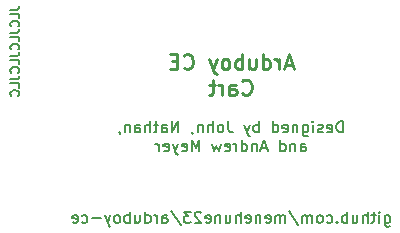
<source format=gbr>
G04 #@! TF.GenerationSoftware,KiCad,Pcbnew,(5.1.9-0-10_14)*
G04 #@! TF.CreationDate,2021-04-12T21:42:41-07:00*
G04 #@! TF.ProjectId,cart,63617274-2e6b-4696-9361-645f70636258,1.0-dev3*
G04 #@! TF.SameCoordinates,Original*
G04 #@! TF.FileFunction,Legend,Bot*
G04 #@! TF.FilePolarity,Positive*
%FSLAX46Y46*%
G04 Gerber Fmt 4.6, Leading zero omitted, Abs format (unit mm)*
G04 Created by KiCad (PCBNEW (5.1.9-0-10_14)) date 2021-04-12 21:42:41*
%MOMM*%
%LPD*%
G01*
G04 APERTURE LIST*
%ADD10C,0.127000*%
%ADD11C,0.158750*%
%ADD12C,0.254000*%
G04 APERTURE END LIST*
D10*
X120994714Y-104684285D02*
X121539000Y-104684285D01*
X121647857Y-104648000D01*
X121720428Y-104575428D01*
X121756714Y-104466571D01*
X121756714Y-104394000D01*
X121756714Y-105410000D02*
X121756714Y-105047142D01*
X120994714Y-105047142D01*
X121684142Y-106099428D02*
X121720428Y-106063142D01*
X121756714Y-105954285D01*
X121756714Y-105881714D01*
X121720428Y-105772857D01*
X121647857Y-105700285D01*
X121575285Y-105664000D01*
X121430142Y-105627714D01*
X121321285Y-105627714D01*
X121176142Y-105664000D01*
X121103571Y-105700285D01*
X121031000Y-105772857D01*
X120994714Y-105881714D01*
X120994714Y-105954285D01*
X121031000Y-106063142D01*
X121067285Y-106099428D01*
X120994714Y-106643714D02*
X121539000Y-106643714D01*
X121647857Y-106607428D01*
X121720428Y-106534857D01*
X121756714Y-106426000D01*
X121756714Y-106353428D01*
X121756714Y-107369428D02*
X121756714Y-107006571D01*
X120994714Y-107006571D01*
X121684142Y-108058857D02*
X121720428Y-108022571D01*
X121756714Y-107913714D01*
X121756714Y-107841142D01*
X121720428Y-107732285D01*
X121647857Y-107659714D01*
X121575285Y-107623428D01*
X121430142Y-107587142D01*
X121321285Y-107587142D01*
X121176142Y-107623428D01*
X121103571Y-107659714D01*
X121031000Y-107732285D01*
X120994714Y-107841142D01*
X120994714Y-107913714D01*
X121031000Y-108022571D01*
X121067285Y-108058857D01*
X120994714Y-108603142D02*
X121539000Y-108603142D01*
X121647857Y-108566857D01*
X121720428Y-108494285D01*
X121756714Y-108385428D01*
X121756714Y-108312857D01*
X121756714Y-109328857D02*
X121756714Y-108966000D01*
X120994714Y-108966000D01*
X121684142Y-110018285D02*
X121720428Y-109982000D01*
X121756714Y-109873142D01*
X121756714Y-109800571D01*
X121720428Y-109691714D01*
X121647857Y-109619142D01*
X121575285Y-109582857D01*
X121430142Y-109546571D01*
X121321285Y-109546571D01*
X121176142Y-109582857D01*
X121103571Y-109619142D01*
X121031000Y-109691714D01*
X120994714Y-109800571D01*
X120994714Y-109873142D01*
X121031000Y-109982000D01*
X121067285Y-110018285D01*
X120994714Y-110562571D02*
X121539000Y-110562571D01*
X121647857Y-110526285D01*
X121720428Y-110453714D01*
X121756714Y-110344857D01*
X121756714Y-110272285D01*
X121756714Y-111288285D02*
X121756714Y-110925428D01*
X120994714Y-110925428D01*
X121684142Y-111977714D02*
X121720428Y-111941428D01*
X121756714Y-111832571D01*
X121756714Y-111760000D01*
X121720428Y-111651142D01*
X121647857Y-111578571D01*
X121575285Y-111542285D01*
X121430142Y-111506000D01*
X121321285Y-111506000D01*
X121176142Y-111542285D01*
X121103571Y-111578571D01*
X121031000Y-111651142D01*
X120994714Y-111760000D01*
X120994714Y-111832571D01*
X121031000Y-111941428D01*
X121067285Y-111977714D01*
D11*
X152694821Y-122096892D02*
X152694821Y-122867964D01*
X152740178Y-122958678D01*
X152785535Y-123004035D01*
X152876250Y-123049392D01*
X153012321Y-123049392D01*
X153103035Y-123004035D01*
X152694821Y-122686535D02*
X152785535Y-122731892D01*
X152966964Y-122731892D01*
X153057678Y-122686535D01*
X153103035Y-122641178D01*
X153148392Y-122550464D01*
X153148392Y-122278321D01*
X153103035Y-122187607D01*
X153057678Y-122142250D01*
X152966964Y-122096892D01*
X152785535Y-122096892D01*
X152694821Y-122142250D01*
X152241250Y-122731892D02*
X152241250Y-122096892D01*
X152241250Y-121779392D02*
X152286607Y-121824750D01*
X152241250Y-121870107D01*
X152195892Y-121824750D01*
X152241250Y-121779392D01*
X152241250Y-121870107D01*
X151923750Y-122096892D02*
X151560892Y-122096892D01*
X151787678Y-121779392D02*
X151787678Y-122595821D01*
X151742321Y-122686535D01*
X151651607Y-122731892D01*
X151560892Y-122731892D01*
X151243392Y-122731892D02*
X151243392Y-121779392D01*
X150835178Y-122731892D02*
X150835178Y-122232964D01*
X150880535Y-122142250D01*
X150971250Y-122096892D01*
X151107321Y-122096892D01*
X151198035Y-122142250D01*
X151243392Y-122187607D01*
X149973392Y-122096892D02*
X149973392Y-122731892D01*
X150381607Y-122096892D02*
X150381607Y-122595821D01*
X150336250Y-122686535D01*
X150245535Y-122731892D01*
X150109464Y-122731892D01*
X150018750Y-122686535D01*
X149973392Y-122641178D01*
X149519821Y-122731892D02*
X149519821Y-121779392D01*
X149519821Y-122142250D02*
X149429107Y-122096892D01*
X149247678Y-122096892D01*
X149156964Y-122142250D01*
X149111607Y-122187607D01*
X149066250Y-122278321D01*
X149066250Y-122550464D01*
X149111607Y-122641178D01*
X149156964Y-122686535D01*
X149247678Y-122731892D01*
X149429107Y-122731892D01*
X149519821Y-122686535D01*
X148658035Y-122641178D02*
X148612678Y-122686535D01*
X148658035Y-122731892D01*
X148703392Y-122686535D01*
X148658035Y-122641178D01*
X148658035Y-122731892D01*
X147796250Y-122686535D02*
X147886964Y-122731892D01*
X148068392Y-122731892D01*
X148159107Y-122686535D01*
X148204464Y-122641178D01*
X148249821Y-122550464D01*
X148249821Y-122278321D01*
X148204464Y-122187607D01*
X148159107Y-122142250D01*
X148068392Y-122096892D01*
X147886964Y-122096892D01*
X147796250Y-122142250D01*
X147251964Y-122731892D02*
X147342678Y-122686535D01*
X147388035Y-122641178D01*
X147433392Y-122550464D01*
X147433392Y-122278321D01*
X147388035Y-122187607D01*
X147342678Y-122142250D01*
X147251964Y-122096892D01*
X147115892Y-122096892D01*
X147025178Y-122142250D01*
X146979821Y-122187607D01*
X146934464Y-122278321D01*
X146934464Y-122550464D01*
X146979821Y-122641178D01*
X147025178Y-122686535D01*
X147115892Y-122731892D01*
X147251964Y-122731892D01*
X146526250Y-122731892D02*
X146526250Y-122096892D01*
X146526250Y-122187607D02*
X146480892Y-122142250D01*
X146390178Y-122096892D01*
X146254107Y-122096892D01*
X146163392Y-122142250D01*
X146118035Y-122232964D01*
X146118035Y-122731892D01*
X146118035Y-122232964D02*
X146072678Y-122142250D01*
X145981964Y-122096892D01*
X145845892Y-122096892D01*
X145755178Y-122142250D01*
X145709821Y-122232964D01*
X145709821Y-122731892D01*
X144575892Y-121734035D02*
X145392321Y-122958678D01*
X144258392Y-122731892D02*
X144258392Y-122096892D01*
X144258392Y-122187607D02*
X144213035Y-122142250D01*
X144122321Y-122096892D01*
X143986250Y-122096892D01*
X143895535Y-122142250D01*
X143850178Y-122232964D01*
X143850178Y-122731892D01*
X143850178Y-122232964D02*
X143804821Y-122142250D01*
X143714107Y-122096892D01*
X143578035Y-122096892D01*
X143487321Y-122142250D01*
X143441964Y-122232964D01*
X143441964Y-122731892D01*
X142625535Y-122686535D02*
X142716250Y-122731892D01*
X142897678Y-122731892D01*
X142988392Y-122686535D01*
X143033750Y-122595821D01*
X143033750Y-122232964D01*
X142988392Y-122142250D01*
X142897678Y-122096892D01*
X142716250Y-122096892D01*
X142625535Y-122142250D01*
X142580178Y-122232964D01*
X142580178Y-122323678D01*
X143033750Y-122414392D01*
X142171964Y-122096892D02*
X142171964Y-122731892D01*
X142171964Y-122187607D02*
X142126607Y-122142250D01*
X142035892Y-122096892D01*
X141899821Y-122096892D01*
X141809107Y-122142250D01*
X141763750Y-122232964D01*
X141763750Y-122731892D01*
X140947321Y-122686535D02*
X141038035Y-122731892D01*
X141219464Y-122731892D01*
X141310178Y-122686535D01*
X141355535Y-122595821D01*
X141355535Y-122232964D01*
X141310178Y-122142250D01*
X141219464Y-122096892D01*
X141038035Y-122096892D01*
X140947321Y-122142250D01*
X140901964Y-122232964D01*
X140901964Y-122323678D01*
X141355535Y-122414392D01*
X140493750Y-122731892D02*
X140493750Y-121779392D01*
X140085535Y-122731892D02*
X140085535Y-122232964D01*
X140130892Y-122142250D01*
X140221607Y-122096892D01*
X140357678Y-122096892D01*
X140448392Y-122142250D01*
X140493750Y-122187607D01*
X139223750Y-122096892D02*
X139223750Y-122731892D01*
X139631964Y-122096892D02*
X139631964Y-122595821D01*
X139586607Y-122686535D01*
X139495892Y-122731892D01*
X139359821Y-122731892D01*
X139269107Y-122686535D01*
X139223750Y-122641178D01*
X138770178Y-122096892D02*
X138770178Y-122731892D01*
X138770178Y-122187607D02*
X138724821Y-122142250D01*
X138634107Y-122096892D01*
X138498035Y-122096892D01*
X138407321Y-122142250D01*
X138361964Y-122232964D01*
X138361964Y-122731892D01*
X137545535Y-122686535D02*
X137636250Y-122731892D01*
X137817678Y-122731892D01*
X137908392Y-122686535D01*
X137953750Y-122595821D01*
X137953750Y-122232964D01*
X137908392Y-122142250D01*
X137817678Y-122096892D01*
X137636250Y-122096892D01*
X137545535Y-122142250D01*
X137500178Y-122232964D01*
X137500178Y-122323678D01*
X137953750Y-122414392D01*
X137137321Y-121870107D02*
X137091964Y-121824750D01*
X137001250Y-121779392D01*
X136774464Y-121779392D01*
X136683750Y-121824750D01*
X136638392Y-121870107D01*
X136593035Y-121960821D01*
X136593035Y-122051535D01*
X136638392Y-122187607D01*
X137182678Y-122731892D01*
X136593035Y-122731892D01*
X136275535Y-121779392D02*
X135685892Y-121779392D01*
X136003392Y-122142250D01*
X135867321Y-122142250D01*
X135776607Y-122187607D01*
X135731250Y-122232964D01*
X135685892Y-122323678D01*
X135685892Y-122550464D01*
X135731250Y-122641178D01*
X135776607Y-122686535D01*
X135867321Y-122731892D01*
X136139464Y-122731892D01*
X136230178Y-122686535D01*
X136275535Y-122641178D01*
X134597321Y-121734035D02*
X135413750Y-122958678D01*
X133871607Y-122731892D02*
X133871607Y-122232964D01*
X133916964Y-122142250D01*
X134007678Y-122096892D01*
X134189107Y-122096892D01*
X134279821Y-122142250D01*
X133871607Y-122686535D02*
X133962321Y-122731892D01*
X134189107Y-122731892D01*
X134279821Y-122686535D01*
X134325178Y-122595821D01*
X134325178Y-122505107D01*
X134279821Y-122414392D01*
X134189107Y-122369035D01*
X133962321Y-122369035D01*
X133871607Y-122323678D01*
X133418035Y-122731892D02*
X133418035Y-122096892D01*
X133418035Y-122278321D02*
X133372678Y-122187607D01*
X133327321Y-122142250D01*
X133236607Y-122096892D01*
X133145892Y-122096892D01*
X132420178Y-122731892D02*
X132420178Y-121779392D01*
X132420178Y-122686535D02*
X132510892Y-122731892D01*
X132692321Y-122731892D01*
X132783035Y-122686535D01*
X132828392Y-122641178D01*
X132873750Y-122550464D01*
X132873750Y-122278321D01*
X132828392Y-122187607D01*
X132783035Y-122142250D01*
X132692321Y-122096892D01*
X132510892Y-122096892D01*
X132420178Y-122142250D01*
X131558392Y-122096892D02*
X131558392Y-122731892D01*
X131966607Y-122096892D02*
X131966607Y-122595821D01*
X131921250Y-122686535D01*
X131830535Y-122731892D01*
X131694464Y-122731892D01*
X131603750Y-122686535D01*
X131558392Y-122641178D01*
X131104821Y-122731892D02*
X131104821Y-121779392D01*
X131104821Y-122142250D02*
X131014107Y-122096892D01*
X130832678Y-122096892D01*
X130741964Y-122142250D01*
X130696607Y-122187607D01*
X130651250Y-122278321D01*
X130651250Y-122550464D01*
X130696607Y-122641178D01*
X130741964Y-122686535D01*
X130832678Y-122731892D01*
X131014107Y-122731892D01*
X131104821Y-122686535D01*
X130106964Y-122731892D02*
X130197678Y-122686535D01*
X130243035Y-122641178D01*
X130288392Y-122550464D01*
X130288392Y-122278321D01*
X130243035Y-122187607D01*
X130197678Y-122142250D01*
X130106964Y-122096892D01*
X129970892Y-122096892D01*
X129880178Y-122142250D01*
X129834821Y-122187607D01*
X129789464Y-122278321D01*
X129789464Y-122550464D01*
X129834821Y-122641178D01*
X129880178Y-122686535D01*
X129970892Y-122731892D01*
X130106964Y-122731892D01*
X129471964Y-122096892D02*
X129245178Y-122731892D01*
X129018392Y-122096892D02*
X129245178Y-122731892D01*
X129335892Y-122958678D01*
X129381250Y-123004035D01*
X129471964Y-123049392D01*
X128655535Y-122369035D02*
X127929821Y-122369035D01*
X127068035Y-122686535D02*
X127158750Y-122731892D01*
X127340178Y-122731892D01*
X127430892Y-122686535D01*
X127476250Y-122641178D01*
X127521607Y-122550464D01*
X127521607Y-122278321D01*
X127476250Y-122187607D01*
X127430892Y-122142250D01*
X127340178Y-122096892D01*
X127158750Y-122096892D01*
X127068035Y-122142250D01*
X126296964Y-122686535D02*
X126387678Y-122731892D01*
X126569107Y-122731892D01*
X126659821Y-122686535D01*
X126705178Y-122595821D01*
X126705178Y-122232964D01*
X126659821Y-122142250D01*
X126569107Y-122096892D01*
X126387678Y-122096892D01*
X126296964Y-122142250D01*
X126251607Y-122232964D01*
X126251607Y-122323678D01*
X126705178Y-122414392D01*
X149156964Y-115080142D02*
X149156964Y-114127642D01*
X148930178Y-114127642D01*
X148794107Y-114173000D01*
X148703392Y-114263714D01*
X148658035Y-114354428D01*
X148612678Y-114535857D01*
X148612678Y-114671928D01*
X148658035Y-114853357D01*
X148703392Y-114944071D01*
X148794107Y-115034785D01*
X148930178Y-115080142D01*
X149156964Y-115080142D01*
X147841607Y-115034785D02*
X147932321Y-115080142D01*
X148113750Y-115080142D01*
X148204464Y-115034785D01*
X148249821Y-114944071D01*
X148249821Y-114581214D01*
X148204464Y-114490500D01*
X148113750Y-114445142D01*
X147932321Y-114445142D01*
X147841607Y-114490500D01*
X147796250Y-114581214D01*
X147796250Y-114671928D01*
X148249821Y-114762642D01*
X147433392Y-115034785D02*
X147342678Y-115080142D01*
X147161250Y-115080142D01*
X147070535Y-115034785D01*
X147025178Y-114944071D01*
X147025178Y-114898714D01*
X147070535Y-114808000D01*
X147161250Y-114762642D01*
X147297321Y-114762642D01*
X147388035Y-114717285D01*
X147433392Y-114626571D01*
X147433392Y-114581214D01*
X147388035Y-114490500D01*
X147297321Y-114445142D01*
X147161250Y-114445142D01*
X147070535Y-114490500D01*
X146616964Y-115080142D02*
X146616964Y-114445142D01*
X146616964Y-114127642D02*
X146662321Y-114173000D01*
X146616964Y-114218357D01*
X146571607Y-114173000D01*
X146616964Y-114127642D01*
X146616964Y-114218357D01*
X145755178Y-114445142D02*
X145755178Y-115216214D01*
X145800535Y-115306928D01*
X145845892Y-115352285D01*
X145936607Y-115397642D01*
X146072678Y-115397642D01*
X146163392Y-115352285D01*
X145755178Y-115034785D02*
X145845892Y-115080142D01*
X146027321Y-115080142D01*
X146118035Y-115034785D01*
X146163392Y-114989428D01*
X146208750Y-114898714D01*
X146208750Y-114626571D01*
X146163392Y-114535857D01*
X146118035Y-114490500D01*
X146027321Y-114445142D01*
X145845892Y-114445142D01*
X145755178Y-114490500D01*
X145301607Y-114445142D02*
X145301607Y-115080142D01*
X145301607Y-114535857D02*
X145256250Y-114490500D01*
X145165535Y-114445142D01*
X145029464Y-114445142D01*
X144938750Y-114490500D01*
X144893392Y-114581214D01*
X144893392Y-115080142D01*
X144076964Y-115034785D02*
X144167678Y-115080142D01*
X144349107Y-115080142D01*
X144439821Y-115034785D01*
X144485178Y-114944071D01*
X144485178Y-114581214D01*
X144439821Y-114490500D01*
X144349107Y-114445142D01*
X144167678Y-114445142D01*
X144076964Y-114490500D01*
X144031607Y-114581214D01*
X144031607Y-114671928D01*
X144485178Y-114762642D01*
X143215178Y-115080142D02*
X143215178Y-114127642D01*
X143215178Y-115034785D02*
X143305892Y-115080142D01*
X143487321Y-115080142D01*
X143578035Y-115034785D01*
X143623392Y-114989428D01*
X143668750Y-114898714D01*
X143668750Y-114626571D01*
X143623392Y-114535857D01*
X143578035Y-114490500D01*
X143487321Y-114445142D01*
X143305892Y-114445142D01*
X143215178Y-114490500D01*
X142035892Y-115080142D02*
X142035892Y-114127642D01*
X142035892Y-114490500D02*
X141945178Y-114445142D01*
X141763750Y-114445142D01*
X141673035Y-114490500D01*
X141627678Y-114535857D01*
X141582321Y-114626571D01*
X141582321Y-114898714D01*
X141627678Y-114989428D01*
X141673035Y-115034785D01*
X141763750Y-115080142D01*
X141945178Y-115080142D01*
X142035892Y-115034785D01*
X141264821Y-114445142D02*
X141038035Y-115080142D01*
X140811250Y-114445142D02*
X141038035Y-115080142D01*
X141128750Y-115306928D01*
X141174107Y-115352285D01*
X141264821Y-115397642D01*
X139450535Y-114127642D02*
X139450535Y-114808000D01*
X139495892Y-114944071D01*
X139586607Y-115034785D01*
X139722678Y-115080142D01*
X139813392Y-115080142D01*
X138860892Y-115080142D02*
X138951607Y-115034785D01*
X138996964Y-114989428D01*
X139042321Y-114898714D01*
X139042321Y-114626571D01*
X138996964Y-114535857D01*
X138951607Y-114490500D01*
X138860892Y-114445142D01*
X138724821Y-114445142D01*
X138634107Y-114490500D01*
X138588750Y-114535857D01*
X138543392Y-114626571D01*
X138543392Y-114898714D01*
X138588750Y-114989428D01*
X138634107Y-115034785D01*
X138724821Y-115080142D01*
X138860892Y-115080142D01*
X138135178Y-115080142D02*
X138135178Y-114127642D01*
X137726964Y-115080142D02*
X137726964Y-114581214D01*
X137772321Y-114490500D01*
X137863035Y-114445142D01*
X137999107Y-114445142D01*
X138089821Y-114490500D01*
X138135178Y-114535857D01*
X137273392Y-114445142D02*
X137273392Y-115080142D01*
X137273392Y-114535857D02*
X137228035Y-114490500D01*
X137137321Y-114445142D01*
X137001250Y-114445142D01*
X136910535Y-114490500D01*
X136865178Y-114581214D01*
X136865178Y-115080142D01*
X136366250Y-115034785D02*
X136366250Y-115080142D01*
X136411607Y-115170857D01*
X136456964Y-115216214D01*
X135232321Y-115080142D02*
X135232321Y-114127642D01*
X134688035Y-115080142D01*
X134688035Y-114127642D01*
X133826250Y-115080142D02*
X133826250Y-114581214D01*
X133871607Y-114490500D01*
X133962321Y-114445142D01*
X134143750Y-114445142D01*
X134234464Y-114490500D01*
X133826250Y-115034785D02*
X133916964Y-115080142D01*
X134143750Y-115080142D01*
X134234464Y-115034785D01*
X134279821Y-114944071D01*
X134279821Y-114853357D01*
X134234464Y-114762642D01*
X134143750Y-114717285D01*
X133916964Y-114717285D01*
X133826250Y-114671928D01*
X133508750Y-114445142D02*
X133145892Y-114445142D01*
X133372678Y-114127642D02*
X133372678Y-114944071D01*
X133327321Y-115034785D01*
X133236607Y-115080142D01*
X133145892Y-115080142D01*
X132828392Y-115080142D02*
X132828392Y-114127642D01*
X132420178Y-115080142D02*
X132420178Y-114581214D01*
X132465535Y-114490500D01*
X132556250Y-114445142D01*
X132692321Y-114445142D01*
X132783035Y-114490500D01*
X132828392Y-114535857D01*
X131558392Y-115080142D02*
X131558392Y-114581214D01*
X131603750Y-114490500D01*
X131694464Y-114445142D01*
X131875892Y-114445142D01*
X131966607Y-114490500D01*
X131558392Y-115034785D02*
X131649107Y-115080142D01*
X131875892Y-115080142D01*
X131966607Y-115034785D01*
X132011964Y-114944071D01*
X132011964Y-114853357D01*
X131966607Y-114762642D01*
X131875892Y-114717285D01*
X131649107Y-114717285D01*
X131558392Y-114671928D01*
X131104821Y-114445142D02*
X131104821Y-115080142D01*
X131104821Y-114535857D02*
X131059464Y-114490500D01*
X130968750Y-114445142D01*
X130832678Y-114445142D01*
X130741964Y-114490500D01*
X130696607Y-114581214D01*
X130696607Y-115080142D01*
X130197678Y-115034785D02*
X130197678Y-115080142D01*
X130243035Y-115170857D01*
X130288392Y-115216214D01*
X145573750Y-116667642D02*
X145573750Y-116168714D01*
X145619107Y-116078000D01*
X145709821Y-116032642D01*
X145891250Y-116032642D01*
X145981964Y-116078000D01*
X145573750Y-116622285D02*
X145664464Y-116667642D01*
X145891250Y-116667642D01*
X145981964Y-116622285D01*
X146027321Y-116531571D01*
X146027321Y-116440857D01*
X145981964Y-116350142D01*
X145891250Y-116304785D01*
X145664464Y-116304785D01*
X145573750Y-116259428D01*
X145120178Y-116032642D02*
X145120178Y-116667642D01*
X145120178Y-116123357D02*
X145074821Y-116078000D01*
X144984107Y-116032642D01*
X144848035Y-116032642D01*
X144757321Y-116078000D01*
X144711964Y-116168714D01*
X144711964Y-116667642D01*
X143850178Y-116667642D02*
X143850178Y-115715142D01*
X143850178Y-116622285D02*
X143940892Y-116667642D01*
X144122321Y-116667642D01*
X144213035Y-116622285D01*
X144258392Y-116576928D01*
X144303750Y-116486214D01*
X144303750Y-116214071D01*
X144258392Y-116123357D01*
X144213035Y-116078000D01*
X144122321Y-116032642D01*
X143940892Y-116032642D01*
X143850178Y-116078000D01*
X142716250Y-116395500D02*
X142262678Y-116395500D01*
X142806964Y-116667642D02*
X142489464Y-115715142D01*
X142171964Y-116667642D01*
X141854464Y-116032642D02*
X141854464Y-116667642D01*
X141854464Y-116123357D02*
X141809107Y-116078000D01*
X141718392Y-116032642D01*
X141582321Y-116032642D01*
X141491607Y-116078000D01*
X141446250Y-116168714D01*
X141446250Y-116667642D01*
X140584464Y-116667642D02*
X140584464Y-115715142D01*
X140584464Y-116622285D02*
X140675178Y-116667642D01*
X140856607Y-116667642D01*
X140947321Y-116622285D01*
X140992678Y-116576928D01*
X141038035Y-116486214D01*
X141038035Y-116214071D01*
X140992678Y-116123357D01*
X140947321Y-116078000D01*
X140856607Y-116032642D01*
X140675178Y-116032642D01*
X140584464Y-116078000D01*
X140130892Y-116667642D02*
X140130892Y-116032642D01*
X140130892Y-116214071D02*
X140085535Y-116123357D01*
X140040178Y-116078000D01*
X139949464Y-116032642D01*
X139858750Y-116032642D01*
X139178392Y-116622285D02*
X139269107Y-116667642D01*
X139450535Y-116667642D01*
X139541250Y-116622285D01*
X139586607Y-116531571D01*
X139586607Y-116168714D01*
X139541250Y-116078000D01*
X139450535Y-116032642D01*
X139269107Y-116032642D01*
X139178392Y-116078000D01*
X139133035Y-116168714D01*
X139133035Y-116259428D01*
X139586607Y-116350142D01*
X138815535Y-116032642D02*
X138634107Y-116667642D01*
X138452678Y-116214071D01*
X138271250Y-116667642D01*
X138089821Y-116032642D01*
X137001250Y-116667642D02*
X137001250Y-115715142D01*
X136683750Y-116395500D01*
X136366250Y-115715142D01*
X136366250Y-116667642D01*
X135549821Y-116622285D02*
X135640535Y-116667642D01*
X135821964Y-116667642D01*
X135912678Y-116622285D01*
X135958035Y-116531571D01*
X135958035Y-116168714D01*
X135912678Y-116078000D01*
X135821964Y-116032642D01*
X135640535Y-116032642D01*
X135549821Y-116078000D01*
X135504464Y-116168714D01*
X135504464Y-116259428D01*
X135958035Y-116350142D01*
X135186964Y-116032642D02*
X134960178Y-116667642D01*
X134733392Y-116032642D02*
X134960178Y-116667642D01*
X135050892Y-116894428D01*
X135096250Y-116939785D01*
X135186964Y-116985142D01*
X134007678Y-116622285D02*
X134098392Y-116667642D01*
X134279821Y-116667642D01*
X134370535Y-116622285D01*
X134415892Y-116531571D01*
X134415892Y-116168714D01*
X134370535Y-116078000D01*
X134279821Y-116032642D01*
X134098392Y-116032642D01*
X134007678Y-116078000D01*
X133962321Y-116168714D01*
X133962321Y-116259428D01*
X134415892Y-116350142D01*
X133554107Y-116667642D02*
X133554107Y-116032642D01*
X133554107Y-116214071D02*
X133508750Y-116123357D01*
X133463392Y-116078000D01*
X133372678Y-116032642D01*
X133281964Y-116032642D01*
D12*
X144870714Y-109368166D02*
X144265952Y-109368166D01*
X144991666Y-109731023D02*
X144568333Y-108461023D01*
X144145000Y-109731023D01*
X143721666Y-109731023D02*
X143721666Y-108884357D01*
X143721666Y-109126261D02*
X143661190Y-109005309D01*
X143600714Y-108944833D01*
X143479761Y-108884357D01*
X143358809Y-108884357D01*
X142391190Y-109731023D02*
X142391190Y-108461023D01*
X142391190Y-109670547D02*
X142512142Y-109731023D01*
X142754047Y-109731023D01*
X142875000Y-109670547D01*
X142935476Y-109610071D01*
X142995952Y-109489119D01*
X142995952Y-109126261D01*
X142935476Y-109005309D01*
X142875000Y-108944833D01*
X142754047Y-108884357D01*
X142512142Y-108884357D01*
X142391190Y-108944833D01*
X141242142Y-108884357D02*
X141242142Y-109731023D01*
X141786428Y-108884357D02*
X141786428Y-109549595D01*
X141725952Y-109670547D01*
X141605000Y-109731023D01*
X141423571Y-109731023D01*
X141302619Y-109670547D01*
X141242142Y-109610071D01*
X140637380Y-109731023D02*
X140637380Y-108461023D01*
X140637380Y-108944833D02*
X140516428Y-108884357D01*
X140274523Y-108884357D01*
X140153571Y-108944833D01*
X140093095Y-109005309D01*
X140032619Y-109126261D01*
X140032619Y-109489119D01*
X140093095Y-109610071D01*
X140153571Y-109670547D01*
X140274523Y-109731023D01*
X140516428Y-109731023D01*
X140637380Y-109670547D01*
X139306904Y-109731023D02*
X139427857Y-109670547D01*
X139488333Y-109610071D01*
X139548809Y-109489119D01*
X139548809Y-109126261D01*
X139488333Y-109005309D01*
X139427857Y-108944833D01*
X139306904Y-108884357D01*
X139125476Y-108884357D01*
X139004523Y-108944833D01*
X138944047Y-109005309D01*
X138883571Y-109126261D01*
X138883571Y-109489119D01*
X138944047Y-109610071D01*
X139004523Y-109670547D01*
X139125476Y-109731023D01*
X139306904Y-109731023D01*
X138460238Y-108884357D02*
X138157857Y-109731023D01*
X137855476Y-108884357D02*
X138157857Y-109731023D01*
X138278809Y-110033404D01*
X138339285Y-110093880D01*
X138460238Y-110154357D01*
X135678333Y-109610071D02*
X135738809Y-109670547D01*
X135920238Y-109731023D01*
X136041190Y-109731023D01*
X136222619Y-109670547D01*
X136343571Y-109549595D01*
X136404047Y-109428642D01*
X136464523Y-109186738D01*
X136464523Y-109005309D01*
X136404047Y-108763404D01*
X136343571Y-108642452D01*
X136222619Y-108521500D01*
X136041190Y-108461023D01*
X135920238Y-108461023D01*
X135738809Y-108521500D01*
X135678333Y-108581976D01*
X135134047Y-109065785D02*
X134710714Y-109065785D01*
X134529285Y-109731023D02*
X135134047Y-109731023D01*
X135134047Y-108461023D01*
X134529285Y-108461023D01*
X140637380Y-111769071D02*
X140697857Y-111829547D01*
X140879285Y-111890023D01*
X141000238Y-111890023D01*
X141181666Y-111829547D01*
X141302619Y-111708595D01*
X141363095Y-111587642D01*
X141423571Y-111345738D01*
X141423571Y-111164309D01*
X141363095Y-110922404D01*
X141302619Y-110801452D01*
X141181666Y-110680500D01*
X141000238Y-110620023D01*
X140879285Y-110620023D01*
X140697857Y-110680500D01*
X140637380Y-110740976D01*
X139548809Y-111890023D02*
X139548809Y-111224785D01*
X139609285Y-111103833D01*
X139730238Y-111043357D01*
X139972142Y-111043357D01*
X140093095Y-111103833D01*
X139548809Y-111829547D02*
X139669761Y-111890023D01*
X139972142Y-111890023D01*
X140093095Y-111829547D01*
X140153571Y-111708595D01*
X140153571Y-111587642D01*
X140093095Y-111466690D01*
X139972142Y-111406214D01*
X139669761Y-111406214D01*
X139548809Y-111345738D01*
X138944047Y-111890023D02*
X138944047Y-111043357D01*
X138944047Y-111285261D02*
X138883571Y-111164309D01*
X138823095Y-111103833D01*
X138702142Y-111043357D01*
X138581190Y-111043357D01*
X138339285Y-111043357D02*
X137855476Y-111043357D01*
X138157857Y-110620023D02*
X138157857Y-111708595D01*
X138097380Y-111829547D01*
X137976428Y-111890023D01*
X137855476Y-111890023D01*
M02*

</source>
